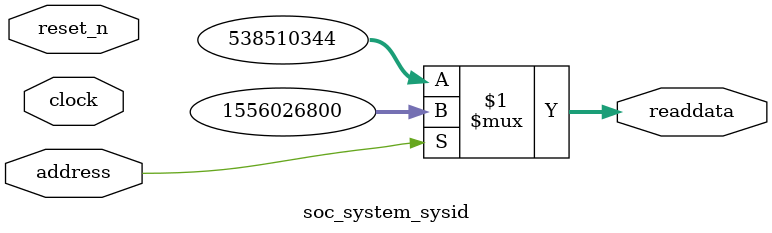
<source format=v>



// synthesis translate_off
`timescale 1ns / 1ps
// synthesis translate_on

// turn off superfluous verilog processor warnings 
// altera message_level Level1 
// altera message_off 10034 10035 10036 10037 10230 10240 10030 

module soc_system_sysid (
               // inputs:
                address,
                clock,
                reset_n,

               // outputs:
                readdata
             )
;

  output  [ 31: 0] readdata;
  input            address;
  input            clock;
  input            reset_n;

  wire    [ 31: 0] readdata;
  //control_slave, which is an e_avalon_slave
  assign readdata = address ? 1556026800 : 538510344;

endmodule



</source>
